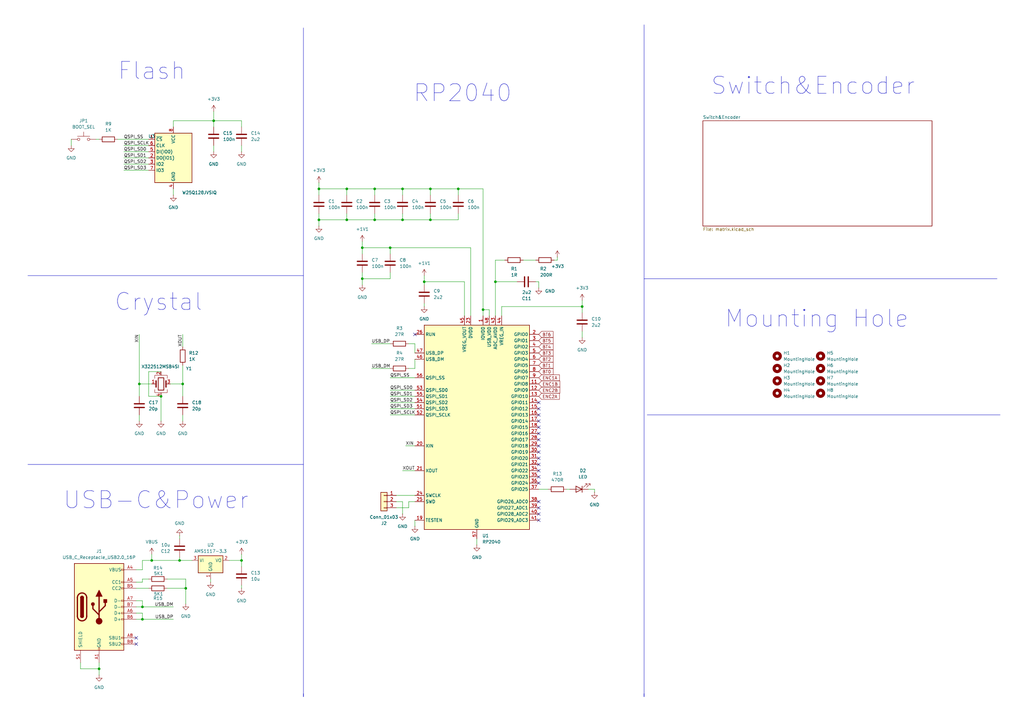
<source format=kicad_sch>
(kicad_sch (version 20231120) (generator "eeschema") (generator_version "8.0")
  (paper "A3")
  (title_block (title "PH-AC  --Arcade controller for Genshin-impact-like games.") (date "2024-07-19 => 2024-09-11") (rev "Rev2.2") (company "Team PHDesign"))
  (lib_symbols
    (symbol "Connector:USB_C_Receptacle_USB2.0_16P" (pin_names (offset 1.016))
      (property "Reference" "J" (at 0 22.225 0))
      (property "Value" "USB_C_Receptacle_USB2.0_16P" (at 0 19.685 0))
      (symbol "USB_C_Receptacle_USB2.0_16P_0_0"
        (rectangle (start -0.254 -17.78) (end 0.254 -16.764))
        (rectangle (start 10.16 -14.986) (end 9.144 -15.494))
        (rectangle (start 10.16 -12.446) (end 9.144 -12.954))
        (rectangle (start 10.16 -4.826) (end 9.144 -5.334))
        (rectangle (start 10.16 -2.286) (end 9.144 -2.794))
        (rectangle (start 10.16 0.254) (end 9.144 -0.254))
        (rectangle (start 10.16 2.794) (end 9.144 2.286))
        (rectangle (start 10.16 7.874) (end 9.144 7.366))
        (rectangle (start 10.16 10.414) (end 9.144 9.906))
        (rectangle (start 10.16 15.494) (end 9.144 14.986))
      )
      (symbol "USB_C_Receptacle_USB2.0_16P_0_1"
        (rectangle (start -10.16 17.78) (end 10.16 -17.78) (stroke (width 0.254)) (fill (type background)))
        (arc (start -8.89 -3.81) (mid -6.985 -5.7067) (end -5.08 -3.81) (stroke (width 0.508)))
        (arc (start -7.62 -3.81) (mid -6.985 -4.4423) (end -6.35 -3.81) (stroke (width 0.254)))
        (arc (start -7.62 -3.81) (mid -6.985 -4.4423) (end -6.35 -3.81) (stroke (width 0.254)) (fill (type outline)))
        (rectangle (start -7.62 -3.81) (end -6.35 3.81) (stroke (width 0.254)) (fill (type outline)))
        (arc (start -6.35 3.81) (mid -6.985 4.4423) (end -7.62 3.81) (stroke (width 0.254)))
        (arc (start -6.35 3.81) (mid -6.985 4.4423) (end -7.62 3.81) (stroke (width 0.254)) (fill (type outline)))
        (arc (start -5.08 3.81) (mid -6.985 5.7067) (end -8.89 3.81) (stroke (width 0.508)))
        (circle (center -2.54 1.143) (radius 0.635) (stroke (width 0.254)) (fill (type outline)))
        (circle (center 0 -5.842) (radius 1.27) (fill (type outline)))
        (polyline (pts (xy -8.89 -3.81) (xy -8.89 3.81)) (stroke (width 0.508)))
        (polyline (pts (xy -5.08 3.81) (xy -5.08 -3.81)) (stroke (width 0.508)))
        (polyline (pts (xy 0 -5.842) (xy 0 4.318)) (stroke (width 0.508)))
        (polyline (pts (xy 0 -3.302) (xy -2.54 -0.762) (xy -2.54 0.508)) (stroke (width 0.508)))
        (polyline (pts (xy 0 -2.032) (xy 2.54 0.508) (xy 2.54 1.778)) (stroke (width 0.508)))
        (polyline (pts (xy -1.27 4.318) (xy 0 6.858) (xy 1.27 4.318) (xy -1.27 4.318)) (stroke (width 0.254)) (fill (type outline)))
        (rectangle (start 1.905 1.778) (end 3.175 3.048) (stroke (width 0.254)) (fill (type outline)))
      )
      (symbol "USB_C_Receptacle_USB2.0_16P_1_1"
        (pin passive line (at 0 -22.86 90) (length 5.08) (name "GND") (number "A1"))
        (pin passive line (at 0 -22.86 90) (length 5.08) hide (name "GND") (number "A12"))
        (pin passive line (at 15.24 15.24 180) (length 5.08) (name "VBUS") (number "A4"))
        (pin bidirectional line (at 15.24 10.16 180) (length 5.08) (name "CC1") (number "A5"))
        (pin bidirectional line (at 15.24 -2.54 180) (length 5.08) (name "D+") (number "A6"))
        (pin bidirectional line (at 15.24 2.54 180) (length 5.08) (name "D-") (number "A7"))
        (pin bidirectional line (at 15.24 -12.7 180) (length 5.08) (name "SBU1") (number "A8"))
        (pin passive line (at 15.24 15.24 180) (length 5.08) hide (name "VBUS") (number "A9"))
        (pin passive line (at 0 -22.86 90) (length 5.08) hide (name "GND") (number "B1"))
        (pin passive line (at 0 -22.86 90) (length 5.08) hide (name "GND") (number "B12"))
        (pin passive line (at 15.24 15.24 180) (length 5.08) hide (name "VBUS") (number "B4"))
        (pin bidirectional line (at 15.24 7.62 180) (length 5.08) (name "CC2") (number "B5"))
        (pin bidirectional line (at 15.24 -5.08 180) (length 5.08) (name "D+") (number "B6"))
        (pin bidirectional line (at 15.24 0 180) (length 5.08) (name "D-") (number "B7"))
        (pin bidirectional line (at 15.24 -15.24 180) (length 5.08) (name "SBU2") (number "B8"))
        (pin passive line (at 15.24 15.24 180) (length 5.08) hide (name "VBUS") (number "B9"))
        (pin passive line (at -7.62 -22.86 90) (length 5.08) (name "SHIELD") (number "S1"))
      )
    )
    (symbol "Connector_Generic:Conn_01x03" (pin_names (offset 1.016) hide)
      (property "Reference" "J" (at 0 5.08 0))
      (property "Value" "Conn_01x03" (at 0 -5.08 0))
      (symbol "Conn_01x03_1_1"
        (rectangle (start -1.27 -2.413) (end 0 -2.667) (stroke (width 0.1524)))
        (rectangle (start -1.27 0.127) (end 0 -0.127) (stroke (width 0.1524)))
        (rectangle (start -1.27 2.667) (end 0 2.413) (stroke (width 0.1524)))
        (rectangle (start -1.27 3.81) (end 1.27 -3.81) (stroke (width 0.254)) (fill (type background)))
        (pin passive line (at -5.08 2.54 0) (length 3.81) (name "Pin_1") (number "1"))
        (pin passive line (at -5.08 0 0) (length 3.81) (name "Pin_2") (number "2"))
        (pin passive line (at -5.08 -2.54 0) (length 3.81) (name "Pin_3") (number "3"))
      )
    )
    (symbol "Device:C" (pin_numbers hide) (pin_names (offset 0.254))
      (property "Reference" "C" (at 0.635 2.54 0))
      (property "Value" "C" (at 0.635 -2.54 0))
      (symbol "C_0_1"
        (polyline (pts (xy -2.032 -0.762) (xy 2.032 -0.762)) (stroke (width 0.508)))
        (polyline (pts (xy -2.032 0.762) (xy 2.032 0.762)) (stroke (width 0.508)))
      )
      (symbol "C_1_1"
        (pin passive line (at 0 3.81 270) (length 2.794) (name "~") (number "1"))
        (pin passive line (at 0 -3.81 90) (length 2.794) (name "~") (number "2"))
      )
    )
    (symbol "Device:Crystal_GND24" (pin_names (offset 1.016) hide)
      (property "Reference" "Y" (at 3.175 5.08 0))
      (property "Value" "Crystal_GND24" (at 3.175 3.175 0))
      (symbol "Crystal_GND24_0_1"
        (rectangle (start -1.143 2.54) (end 1.143 -2.54) (stroke (width 0.3048)))
        (polyline (pts (xy -2.54 0) (xy -2.032 0)))
        (polyline (pts (xy -2.032 -1.27) (xy -2.032 1.27)) (stroke (width 0.508)))
        (polyline (pts (xy 0 -3.81) (xy 0 -3.556)))
        (polyline (pts (xy 0 3.556) (xy 0 3.81)))
        (polyline (pts (xy 2.032 -1.27) (xy 2.032 1.27)) (stroke (width 0.508)))
        (polyline (pts (xy 2.032 0) (xy 2.54 0)))
        (polyline (pts (xy -2.54 -2.286) (xy -2.54 -3.556) (xy 2.54 -3.556) (xy 2.54 -2.286)))
        (polyline (pts (xy -2.54 2.286) (xy -2.54 3.556) (xy 2.54 3.556) (xy 2.54 2.286)))
      )
      (symbol "Crystal_GND24_1_1"
        (pin passive line (at -3.81 0 0) (length 1.27) (name "1") (number "1"))
        (pin passive line (at 0 5.08 270) (length 1.27) (name "2") (number "2"))
        (pin passive line (at 3.81 0 180) (length 1.27) (name "3") (number "3"))
        (pin passive line (at 0 -5.08 90) (length 1.27) (name "4") (number "4"))
      )
    )
    (symbol "Device:LED" (pin_numbers hide) (pin_names (offset 1.016) hide)
      (property "Reference" "D" (at 0 2.54 0))
      (property "Value" "LED" (at 0 -2.54 0))
      (symbol "LED_0_1"
        (polyline (pts (xy -1.27 -1.27) (xy -1.27 1.27)) (stroke (width 0.254)))
        (polyline (pts (xy -1.27 0) (xy 1.27 0)))
        (polyline (pts (xy 1.27 -1.27) (xy 1.27 1.27) (xy -1.27 0) (xy 1.27 -1.27)) (stroke (width 0.254)))
        (polyline (pts (xy -3.048 -0.762) (xy -4.572 -2.286) (xy -3.81 -2.286) (xy -4.572 -2.286) (xy -4.572 -1.524)))
        (polyline (pts (xy -1.778 -0.762) (xy -3.302 -2.286) (xy -2.54 -2.286) (xy -3.302 -2.286) (xy -3.302 -1.524)))
      )
      (symbol "LED_1_1"
        (pin passive line (at -3.81 0 0) (length 2.54) (name "K") (number "1"))
        (pin passive line (at 3.81 0 180) (length 2.54) (name "A") (number "2"))
      )
    )
    (symbol "Device:R" (pin_numbers hide) (pin_names (offset 0))
      (property "Reference" "R" (at 2.032 0 90))
      (property "Value" "R" (at 0 0 90))
      (symbol "R_0_1"
        (rectangle (start -1.016 -2.54) (end 1.016 2.54) (stroke (width 0.254)))
      )
      (symbol "R_1_1"
        (pin passive line (at 0 3.81 270) (length 1.27) (name "~") (number "1"))
        (pin passive line (at 0 -3.81 90) (length 1.27) (name "~") (number "2"))
      )
    )
    (symbol "MCU_RaspberryPi:RP2040"
      (property "Reference" "U" (at 17.78 45.72 0))
      (property "Value" "RP2040" (at 17.78 43.18 0))
      (symbol "RP2040_0_1"
        (rectangle (start -21.59 41.91) (end 21.59 -41.91) (stroke (width 0.254)) (fill (type background)))
      )
      (symbol "RP2040_1_1"
        (pin power_in line (at 2.54 45.72 270) (length 3.81) (name "IOVDD") (number "1"))
        (pin passive line (at 2.54 45.72 270) (length 3.81) hide (name "IOVDD") (number "10"))
        (pin bidirectional line (at 25.4 17.78 180) (length 3.81) (name "GPIO8") (number "11"))
        (pin bidirectional line (at 25.4 15.24 180) (length 3.81) (name "GPIO9") (number "12"))
        (pin bidirectional line (at 25.4 12.7 180) (length 3.81) (name "GPIO10") (number "13"))
        (pin bidirectional line (at 25.4 10.16 180) (length 3.81) (name "GPIO11") (number "14"))
        (pin bidirectional line (at 25.4 7.62 180) (length 3.81) (name "GPIO12") (number "15"))
        (pin bidirectional line (at 25.4 5.08 180) (length 3.81) (name "GPIO13") (number "16"))
        (pin bidirectional line (at 25.4 2.54 180) (length 3.81) (name "GPIO14") (number "17"))
        (pin bidirectional line (at 25.4 0 180) (length 3.81) (name "GPIO15") (number "18"))
        (pin input line (at -25.4 -38.1 0) (length 3.81) (name "TESTEN") (number "19"))
        (pin bidirectional line (at 25.4 38.1 180) (length 3.81) (name "GPIO0") (number "2"))
        (pin input line (at -25.4 -7.62 0) (length 3.81) (name "XIN") (number "20"))
        (pin passive line (at -25.4 -17.78 0) (length 3.81) (name "XOUT") (number "21"))
        (pin passive line (at 2.54 45.72 270) (length 3.81) hide (name "IOVDD") (number "22"))
        (pin power_in line (at -2.54 45.72 270) (length 3.81) (name "DVDD") (number "23"))
        (pin input line (at -25.4 -27.94 0) (length 3.81) (name "SWCLK") (number "24"))
        (pin bidirectional line (at -25.4 -30.48 0) (length 3.81) (name "SWD") (number "25"))
        (pin input line (at -25.4 38.1 0) (length 3.81) (name "RUN") (number "26"))
        (pin bidirectional line (at 25.4 -2.54 180) (length 3.81) (name "GPIO16") (number "27"))
        (pin bidirectional line (at 25.4 -5.08 180) (length 3.81) (name "GPIO17") (number "28"))
        (pin bidirectional line (at 25.4 -7.62 180) (length 3.81) (name "GPIO18") (number "29"))
        (pin bidirectional line (at 25.4 35.56 180) (length 3.81) (name "GPIO1") (number "3"))
        (pin bidirectional line (at 25.4 -10.16 180) (length 3.81) (name "GPIO19") (number "30"))
        (pin bidirectional line (at 25.4 -12.7 180) (length 3.81) (name "GPIO20") (number "31"))
        (pin bidirectional line (at 25.4 -15.24 180) (length 3.81) (name "GPIO21") (number "32"))
        (pin passive line (at 2.54 45.72 270) (length 3.81) hide (name "IOVDD") (number "33"))
        (pin bidirectional line (at 25.4 -17.78 180) (length 3.81) (name "GPIO22") (number "34"))
        (pin bidirectional line (at 25.4 -20.32 180) (length 3.81) (name "GPIO23") (number "35"))
        (pin bidirectional line (at 25.4 -22.86 180) (length 3.81) (name "GPIO24") (number "36"))
        (pin bidirectional line (at 25.4 -25.4 180) (length 3.81) (name "GPIO25") (number "37"))
        (pin bidirectional line (at 25.4 -30.48 180) (length 3.81) (name "GPIO26_ADC0") (number "38"))
        (pin bidirectional line (at 25.4 -33.02 180) (length 3.81) (name "GPIO27_ADC1") (number "39"))
        (pin bidirectional line (at 25.4 33.02 180) (length 3.81) (name "GPIO2") (number "4"))
        (pin bidirectional line (at 25.4 -35.56 180) (length 3.81) (name "GPIO28_ADC2") (number "40"))
        (pin bidirectional line (at 25.4 -38.1 180) (length 3.81) (name "GPIO29_ADC3") (number "41"))
        (pin passive line (at 2.54 45.72 270) (length 3.81) hide (name "IOVDD") (number "42"))
        (pin power_in line (at 7.62 45.72 270) (length 3.81) (name "ADC_AVDD") (number "43"))
        (pin power_in line (at 10.16 45.72 270) (length 3.81) (name "VREG_IN") (number "44"))
        (pin power_out line (at -5.08 45.72 270) (length 3.81) (name "VREG_VOUT") (number "45"))
        (pin bidirectional line (at -25.4 27.94 0) (length 3.81) (name "USB_DM") (number "46"))
        (pin bidirectional line (at -25.4 30.48 0) (length 3.81) (name "USB_DP") (number "47"))
        (pin power_in line (at 5.08 45.72 270) (length 3.81) (name "USB_VDD") (number "48"))
        (pin passive line (at 2.54 45.72 270) (length 3.81) hide (name "IOVDD") (number "49"))
        (pin bidirectional line (at 25.4 30.48 180) (length 3.81) (name "GPIO3") (number "5"))
        (pin passive line (at -2.54 45.72 270) (length 3.81) hide (name "DVDD") (number "50"))
        (pin bidirectional line (at -25.4 7.62 0) (length 3.81) (name "QSPI_SD3") (number "51"))
        (pin output line (at -25.4 5.08 0) (length 3.81) (name "QSPI_SCLK") (number "52"))
        (pin bidirectional line (at -25.4 15.24 0) (length 3.81) (name "QSPI_SD0") (number "53"))
        (pin bidirectional line (at -25.4 10.16 0) (length 3.81) (name "QSPI_SD2") (number "54"))
        (pin bidirectional line (at -25.4 12.7 0) (length 3.81) (name "QSPI_SD1") (number "55"))
        (pin bidirectional line (at -25.4 20.32 0) (length 3.81) (name "QSPI_SS") (number "56"))
        (pin power_in line (at 0 -45.72 90) (length 3.81) (name "GND") (number "57"))
        (pin bidirectional line (at 25.4 27.94 180) (length 3.81) (name "GPIO4") (number "6"))
        (pin bidirectional line (at 25.4 25.4 180) (length 3.81) (name "GPIO5") (number "7"))
        (pin bidirectional line (at 25.4 22.86 180) (length 3.81) (name "GPIO6") (number "8"))
        (pin bidirectional line (at 25.4 20.32 180) (length 3.81) (name "GPIO7") (number "9"))
      )
    )
    (symbol "Mechanical:MountingHole" (pin_names (offset 1.016)) (exclude_from_sim yes) (in_bom no)
      (property "Reference" "H" (at 0 5.08 0))
      (property "Value" "MountingHole" (at 0 3.175 0))
      (symbol "MountingHole_0_1"
        (circle (center 0 0) (radius 1.27) (stroke (width 1.27)))
      )
    )
    (symbol "Memory_Flash:W25Q128JVS"
      (property "Reference" "U" (at -8.89 8.89 0))
      (property "Value" "W25Q128JVS" (at 7.62 8.89 0))
      (symbol "W25Q128JVS_0_1"
        (rectangle (start -7.62 10.16) (end 7.62 -10.16) (stroke (width 0.254)) (fill (type background)))
      )
      (symbol "W25Q128JVS_1_1"
        (pin input line (at -10.16 7.62 0) (length 2.54) (name "~{CS}") (number "1"))
        (pin bidirectional line (at -10.16 0 0) (length 2.54) (name "DO(IO1)") (number "2"))
        (pin bidirectional line (at -10.16 -2.54 0) (length 2.54) (name "IO2") (number "3"))
        (pin power_in line (at 0 -12.7 90) (length 2.54) (name "GND") (number "4"))
        (pin bidirectional line (at -10.16 2.54 0) (length 2.54) (name "DI(IO0)") (number "5"))
        (pin input line (at -10.16 5.08 0) (length 2.54) (name "CLK") (number "6"))
        (pin bidirectional line (at -10.16 -5.08 0) (length 2.54) (name "IO3") (number "7"))
        (pin power_in line (at 0 12.7 270) (length 2.54) (name "VCC") (number "8"))
      )
    )
    (symbol "Regulator_Linear:AMS1117-3.3"
      (property "Reference" "U" (at -3.81 3.175 0))
      (property "Value" "AMS1117-3.3" (at 0 3.175 0))
      (symbol "AMS1117-3.3_0_1"
        (rectangle (start -5.08 -5.08) (end 5.08 1.905) (stroke (width 0.254)) (fill (type background)))
      )
      (symbol "AMS1117-3.3_1_1"
        (pin power_in line (at 0 -7.62 90) (length 2.54) (name "GND") (number "1"))
        (pin power_out line (at 7.62 0 180) (length 2.54) (name "VO") (number "2"))
        (pin power_in line (at -7.62 0 0) (length 2.54) (name "VI") (number "3"))
      )
    )
    (symbol "Switch:SW_Push" (pin_numbers hide) (pin_names (offset 1.016) hide)
      (property "Reference" "SW" (at 1.27 2.54 0))
      (property "Value" "SW_Push" (at 0 -1.524 0))
      (symbol "SW_Push_0_1"
        (circle (center -2.032 0) (radius 0.508))
        (polyline (pts (xy 0 1.27) (xy 0 3.048)))
        (polyline (pts (xy 2.54 1.27) (xy -2.54 1.27)))
        (circle (center 2.032 0) (radius 0.508))
        (pin passive line (at -5.08 0 0) (length 2.54) (name "1") (number "1"))
        (pin passive line (at 5.08 0 180) (length 2.54) (name "2") (number "2"))
      )
    )
    (symbol "power:+1V1" (power) (pin_numbers hide) (pin_names (offset 0) hide)
      (property "Value" "+1V1" (at 0 3.556 0))
      (symbol "+1V1_0_1"
        (polyline (pts (xy -0.762 1.27) (xy 0 2.54)))
        (polyline (pts (xy 0 0) (xy 0 2.54)))
        (polyline (pts (xy 0 2.54) (xy 0.762 1.27)))
      )
      (symbol "+1V1_1_1"
        (pin power_in line (at 0 0 90) (length 0) (name "~") (number "1"))
      )
    )
    (symbol "power:+3V3" (power) (pin_numbers hide) (pin_names (offset 0) hide)
      (property "Value" "+3V3" (at 0 3.556 0))
      (symbol "+3V3_0_1"
        (polyline (pts (xy -0.762 1.27) (xy 0 2.54)))
        (polyline (pts (xy 0 0) (xy 0 2.54)))
        (polyline (pts (xy 0 2.54) (xy 0.762 1.27)))
      )
      (symbol "+3V3_1_1"
        (pin power_in line (at 0 0 90) (length 0) (name "~") (number "1"))
      )
    )
    (symbol "power:GND" (power) (pin_numbers hide) (pin_names (offset 0) hide)
      (property "Value" "GND" (at 0 -3.81 0))
      (symbol "GND_0_1"
        (polyline (pts (xy 0 0) (xy 0 -1.27) (xy 1.27 -1.27) (xy 0 -2.54) (xy -1.27 -1.27) (xy 0 -1.27)))
      )
      (symbol "GND_1_1"
        (pin power_in line (at 0 0 270) (length 0) (name "~") (number "1"))
      )
    )
    (symbol "power:VBUS" (power) (pin_numbers hide) (pin_names (offset 0) hide)
      (property "Value" "VBUS" (at 0 3.556 0))
      (symbol "VBUS_0_1"
        (polyline (pts (xy -0.762 1.27) (xy 0 2.54)))
        (polyline (pts (xy 0 0) (xy 0 2.54)))
        (polyline (pts (xy 0 2.54) (xy 0.762 1.27)))
      )
      (symbol "VBUS_1_1"
        (pin power_in line (at 0 0 90) (length 0) (name "~") (number "1"))
      )
    )
  )
  (junction (at 173.99 115.57))
  (junction (at 142.24 77.47))
  (junction (at 142.24 90.17))
  (junction (at 130.81 90.17))
  (junction (at 57.15 157.48))
  (junction (at 62.23 229.87))
  (junction (at 160.02 101.6))
  (junction (at 176.53 90.17))
  (junction (at 153.67 77.47))
  (junction (at 238.76 125.73))
  (junction (at 40.64 274.32))
  (junction (at 74.93 157.48))
  (junction (at 187.96 77.47))
  (junction (at 165.1 90.17))
  (junction (at 148.59 101.6))
  (junction (at 153.67 90.17))
  (junction (at 58.42 248.92))
  (junction (at 198.12 127))
  (junction (at 99.06 229.87))
  (junction (at 176.53 77.47))
  (junction (at 66.04 162.56))
  (junction (at 165.1 77.47))
  (junction (at 76.2 241.3))
  (junction (at 58.42 254))
  (junction (at 73.66 229.87))
  (junction (at 203.2 115.57))
  (junction (at 130.81 77.47))
  (junction (at 87.63 49.53))
  (junction (at 148.59 114.3))
  (no_connect (at 220.98 165.1))
  (no_connect (at 220.98 180.34))
  (no_connect (at 220.98 195.58))
  (no_connect (at 220.98 210.82))
  (no_connect (at 55.88 261.62))
  (no_connect (at 55.88 264.16))
  (no_connect (at 220.98 175.26))
  (no_connect (at 220.98 177.8))
  (no_connect (at 220.98 198.12))
  (no_connect (at 220.98 193.04))
  (no_connect (at 220.98 182.88))
  (no_connect (at 220.98 190.5))
  (no_connect (at 220.98 172.72))
  (no_connect (at 220.98 213.36))
  (no_connect (at 220.98 185.42))
  (no_connect (at 220.98 167.64))
  (no_connect (at 220.98 208.28))
  (no_connect (at 170.18 137.16))
  (no_connect (at 220.98 187.96))
  (no_connect (at 220.98 205.74))
  (no_connect (at 220.98 170.18))
  (wire (pts (xy 87.63 59.69) (xy 87.63 62.23)))
  (wire (pts (xy 190.5 115.57) (xy 173.99 115.57)))
  (polyline (pts (xy 124.46 284.48) (xy 124.46 285.75)))
  (wire (pts (xy 74.93 137.16) (xy 74.93 142.24)))
  (wire (pts (xy 40.64 271.78) (xy 40.64 274.32)))
  (wire (pts (xy 165.1 193.04) (xy 170.18 193.04)))
  (polyline (pts (xy 264.16 10.16) (xy 264.16 285.75)))
  (wire (pts (xy 142.24 90.17) (xy 153.67 90.17)))
  (wire (pts (xy 160.02 154.94) (xy 170.18 154.94)))
  (wire (pts (xy 50.8 59.69) (xy 60.96 59.69)))
  (wire (pts (xy 220.98 118.11) (xy 220.98 115.57)))
  (wire (pts (xy 99.06 52.07) (xy 99.06 49.53)))
  (wire (pts (xy 33.02 271.78) (xy 33.02 274.32)))
  (wire (pts (xy 153.67 87.63) (xy 153.67 90.17)))
  (wire (pts (xy 165.1 90.17) (xy 176.53 90.17)))
  (wire (pts (xy 205.74 125.73) (xy 238.76 125.73)))
  (wire (pts (xy 68.58 241.3) (xy 76.2 241.3)))
  (wire (pts (xy 50.8 64.77) (xy 60.96 64.77)))
  (wire (pts (xy 238.76 123.19) (xy 238.76 125.73)))
  (wire (pts (xy 200.66 129.54) (xy 200.66 127)))
  (polyline (pts (xy 264.16 285.75) (xy 264.16 284.48)))
  (wire (pts (xy 50.8 67.31) (xy 60.96 67.31)))
  (wire (pts (xy 58.42 248.92) (xy 71.12 248.92)))
  (wire (pts (xy 228.6 106.68) (xy 227.33 106.68)))
  (wire (pts (xy 142.24 77.47) (xy 153.67 77.47)))
  (wire (pts (xy 48.26 57.15) (xy 60.96 57.15)))
  (wire (pts (xy 58.42 254) (xy 55.88 254)))
  (wire (pts (xy 74.93 149.86) (xy 74.93 157.48)))
  (wire (pts (xy 166.37 182.88) (xy 170.18 182.88)))
  (wire (pts (xy 220.98 115.57) (xy 219.71 115.57)))
  (wire (pts (xy 162.56 205.74) (xy 165.1 205.74)))
  (wire (pts (xy 170.18 140.97) (xy 167.64 140.97)))
  (wire (pts (xy 76.2 241.3) (xy 76.2 247.65)))
  (wire (pts (xy 167.64 208.28) (xy 167.64 205.74)))
  (wire (pts (xy 57.15 170.18) (xy 57.15 172.72)))
  (wire (pts (xy 87.63 45.72) (xy 87.63 49.53)))
  (wire (pts (xy 220.98 200.66) (xy 224.79 200.66)))
  (wire (pts (xy 71.12 77.47) (xy 71.12 80.01)))
  (wire (pts (xy 160.02 101.6) (xy 193.04 101.6)))
  (wire (pts (xy 160.02 167.64) (xy 170.18 167.64)))
  (wire (pts (xy 148.59 101.6) (xy 160.02 101.6)))
  (wire (pts (xy 55.88 238.76) (xy 58.42 238.76)))
  (wire (pts (xy 71.12 49.53) (xy 87.63 49.53)))
  (wire (pts (xy 55.88 241.3) (xy 60.96 241.3)))
  (wire (pts (xy 76.2 237.49) (xy 76.2 241.3)))
  (wire (pts (xy 203.2 106.68) (xy 203.2 115.57)))
  (wire (pts (xy 170.18 213.36) (xy 170.18 215.9)))
  (wire (pts (xy 73.66 229.87) (xy 78.74 229.87)))
  (wire (pts (xy 58.42 229.87) (xy 58.42 233.68)))
  (wire (pts (xy 57.15 157.48) (xy 62.23 157.48)))
  (wire (pts (xy 152.4 140.97) (xy 160.02 140.97)))
  (wire (pts (xy 68.58 237.49) (xy 76.2 237.49)))
  (wire (pts (xy 130.81 74.93) (xy 130.81 77.47)))
  (wire (pts (xy 142.24 77.47) (xy 142.24 80.01)))
  (wire (pts (xy 130.81 87.63) (xy 130.81 90.17)))
  (wire (pts (xy 165.1 87.63) (xy 165.1 90.17)))
  (wire (pts (xy 203.2 115.57) (xy 212.09 115.57)))
  (wire (pts (xy 187.96 87.63) (xy 187.96 90.17)))
  (wire (pts (xy 187.96 77.47) (xy 198.12 77.47)))
  (wire (pts (xy 160.02 160.02) (xy 170.18 160.02)))
  (wire (pts (xy 142.24 90.17) (xy 142.24 87.63)))
  (wire (pts (xy 205.74 125.73) (xy 205.74 129.54)))
  (wire (pts (xy 153.67 80.01) (xy 153.67 77.47)))
  (wire (pts (xy 170.18 151.13) (xy 167.64 151.13)))
  (polyline (pts (xy 11.43 113.03) (xy 124.46 113.03)))
  (wire (pts (xy 60.96 162.56) (xy 66.04 162.56)))
  (wire (pts (xy 176.53 87.63) (xy 176.53 90.17)))
  (wire (pts (xy 187.96 80.01) (xy 187.96 77.47)))
  (wire (pts (xy 165.1 80.01) (xy 165.1 77.47)))
  (wire (pts (xy 130.81 90.17) (xy 142.24 90.17)))
  (wire (pts (xy 160.02 114.3) (xy 160.02 111.76)))
  (wire (pts (xy 66.04 162.56) (xy 66.04 172.72)))
  (wire (pts (xy 62.23 227.33) (xy 62.23 229.87)))
  (wire (pts (xy 203.2 115.57) (xy 203.2 129.54)))
  (wire (pts (xy 66.04 152.4) (xy 60.96 152.4)))
  (wire (pts (xy 238.76 125.73) (xy 238.76 128.27)))
  (wire (pts (xy 228.6 105.41) (xy 228.6 106.68)))
  (wire (pts (xy 87.63 49.53) (xy 99.06 49.53)))
  (wire (pts (xy 99.06 227.33) (xy 99.06 229.87)))
  (wire (pts (xy 148.59 104.14) (xy 148.59 101.6)))
  (wire (pts (xy 187.96 90.17) (xy 176.53 90.17)))
  (wire (pts (xy 198.12 77.47) (xy 198.12 127)))
  (wire (pts (xy 170.18 147.32) (xy 170.18 151.13)))
  (wire (pts (xy 58.42 251.46) (xy 58.42 254)))
  (wire (pts (xy 99.06 229.87) (xy 99.06 232.41)))
  (wire (pts (xy 40.64 274.32) (xy 40.64 276.86)))
  (wire (pts (xy 33.02 274.32) (xy 40.64 274.32)))
  (wire (pts (xy 58.42 233.68) (xy 55.88 233.68)))
  (wire (pts (xy 130.81 90.17) (xy 130.81 92.71)))
  (wire (pts (xy 153.67 77.47) (xy 165.1 77.47)))
  (wire (pts (xy 219.71 106.68) (xy 214.63 106.68)))
  (wire (pts (xy 130.81 77.47) (xy 130.81 80.01)))
  (wire (pts (xy 160.02 162.56) (xy 170.18 162.56)))
  (wire (pts (xy 62.23 229.87) (xy 73.66 229.87)))
  (wire (pts (xy 165.1 205.74) (xy 165.1 210.82)))
  (wire (pts (xy 148.59 111.76) (xy 148.59 114.3)))
  (wire (pts (xy 152.4 151.13) (xy 160.02 151.13)))
  (wire (pts (xy 162.56 208.28) (xy 167.64 208.28)))
  (wire (pts (xy 74.93 157.48) (xy 74.93 162.56)))
  (wire (pts (xy 50.8 69.85) (xy 60.96 69.85)))
  (wire (pts (xy 232.41 200.66) (xy 233.68 200.66)))
  (wire (pts (xy 198.12 127) (xy 198.12 129.54)))
  (wire (pts (xy 195.58 220.98) (xy 195.58 223.52)))
  (wire (pts (xy 57.15 137.16) (xy 57.15 157.48)))
  (wire (pts (xy 99.06 240.03) (xy 99.06 241.3)))
  (wire (pts (xy 55.88 246.38) (xy 58.42 246.38)))
  (wire (pts (xy 50.8 62.23) (xy 60.96 62.23)))
  (polyline (pts (xy 265.43 170.18) (xy 410.21 170.18)))
  (polyline (pts (xy 264.16 114.3) (xy 408.94 114.3)))
  (wire (pts (xy 173.99 113.03) (xy 173.99 115.57)))
  (wire (pts (xy 160.02 165.1) (xy 170.18 165.1)))
  (wire (pts (xy 71.12 49.53) (xy 71.12 52.07)))
  (wire (pts (xy 176.53 77.47) (xy 187.96 77.47)))
  (wire (pts (xy 176.53 80.01) (xy 176.53 77.47)))
  (wire (pts (xy 190.5 129.54) (xy 190.5 115.57)))
  (wire (pts (xy 130.81 77.47) (xy 142.24 77.47)))
  (wire (pts (xy 73.66 229.87) (xy 73.66 228.6)))
  (wire (pts (xy 55.88 251.46) (xy 58.42 251.46)))
  (wire (pts (xy 173.99 115.57) (xy 173.99 116.84)))
  (wire (pts (xy 57.15 157.48) (xy 57.15 162.56)))
  (wire (pts (xy 193.04 101.6) (xy 193.04 129.54)))
  (wire (pts (xy 165.1 77.47) (xy 176.53 77.47)))
  (wire (pts (xy 167.64 205.74) (xy 170.18 205.74)))
  (wire (pts (xy 162.56 203.2) (xy 170.18 203.2)))
  (wire (pts (xy 58.42 254) (xy 71.12 254)))
  (wire (pts (xy 58.42 246.38) (xy 58.42 248.92)))
  (wire (pts (xy 69.85 157.48) (xy 74.93 157.48)))
  (wire (pts (xy 58.42 248.92) (xy 55.88 248.92)))
  (polyline (pts (xy 124.46 11.43) (xy 124.46 285.75)))
  (wire (pts (xy 238.76 135.89) (xy 238.76 138.43)))
  (wire (pts (xy 148.59 114.3) (xy 148.59 116.84)))
  (wire (pts (xy 170.18 144.78) (xy 170.18 140.97)))
  (wire (pts (xy 173.99 124.46) (xy 173.99 125.73)))
  (wire (pts (xy 243.84 200.66) (xy 241.3 200.66)))
  (wire (pts (xy 243.84 201.93) (xy 243.84 200.66)))
  (wire (pts (xy 58.42 237.49) (xy 60.96 237.49)))
  (wire (pts (xy 39.37 57.15) (xy 40.64 57.15)))
  (wire (pts (xy 86.36 237.49) (xy 86.36 238.76)))
  (polyline (pts (xy 11.43 190.5) (xy 124.46 190.5)))
  (wire (pts (xy 73.66 220.98) (xy 73.66 219.71)))
  (wire (pts (xy 207.01 106.68) (xy 203.2 106.68)))
  (wire (pts (xy 200.66 127) (xy 198.12 127)))
  (wire (pts (xy 93.98 229.87) (xy 99.06 229.87)))
  (wire (pts (xy 99.06 59.69) (xy 99.06 62.23)))
  (wire (pts (xy 148.59 114.3) (xy 160.02 114.3)))
  (wire (pts (xy 148.59 99.06) (xy 148.59 101.6)))
  (wire (pts (xy 58.42 229.87) (xy 62.23 229.87)))
  (wire (pts (xy 60.96 152.4) (xy 60.96 162.56)))
  (wire (pts (xy 153.67 90.17) (xy 165.1 90.17)))
  (wire (pts (xy 74.93 170.18) (xy 74.93 172.72)))
  (wire (pts (xy 87.63 49.53) (xy 87.63 52.07)))
  (wire (pts (xy 160.02 170.18) (xy 170.18 170.18)))
  (wire (pts (xy 58.42 238.76) (xy 58.42 237.49)))
  (wire (pts (xy 29.21 57.15) (xy 29.21 59.69)))
  (wire (pts (xy 160.02 101.6) (xy 160.02 104.14)))
  (text "RP2040\n" (exclude_from_sim yes) (at 189.738 38.354 0) (effects (font (size 7 7))))
  (text "Crystal\n" (exclude_from_sim yes) (at 65.024 123.952 0) (effects (font (size 7 7))))
  (text "Switch&Encoder\n" (exclude_from_sim yes) (at 333.502 35.306 0) (effects (font (size 7 7))))
  (text "Mounting Hole\n" (exclude_from_sim yes) (at 335.026 130.81 0) (effects (font (size 7 7))))
  (text "USB-C&Power\n" (exclude_from_sim yes) (at 64.008 205.232 0) (effects (font (size 7 7))))
  (text "Flash" (exclude_from_sim yes) (at 62.23 29.21 0) (effects (font (size 7 7))))
  (label "XOUT" (at 165.1 193.04 0))
  (label "USB_DP" (at 152.4 140.97 0))
  (label "USB_DP" (at 71.12 254 180))
  (label "QSPI_SD3" (at 160.02 167.64 0))
  (label "QSPI_SD2" (at 50.8 67.31 0))
  (label "USB_DM" (at 71.12 248.92 180))
  (label "XIN" (at 57.15 137.16 270))
  (label "QSPI_SD3" (at 50.8 69.85 0))
  (label "USB_DM" (at 152.4 151.13 0))
  (label "QSPI_SD1" (at 50.8 64.77 0))
  (label "QSPI_SD1" (at 160.02 162.56 0))
  (label "QSPI_SS" (at 50.8 57.15 0))
  (label "QSPI_SD0" (at 160.02 160.02 0))
  (label "QSPI_SS" (at 160.02 154.94 0))
  (label "XOUT" (at 74.93 137.16 270))
  (label "QSPI_SD0" (at 50.8 62.23 0))
  (label "QSPI_SCLK" (at 160.02 170.18 0))
  (label "QSPI_SCLK" (at 50.8 59.69 0))
  (label "QSPI_SD2" (at 160.02 165.1 0))
  (label "XIN" (at 166.37 182.88 0))
  (global_label "BT1" (shape input) (at 220.98 149.86 0) (property "Intersheetrefs" "${INTERSHEET_REFS}" (effects (hide yes))))
  (global_label "ENC2B" (shape input) (at 220.98 160.02 0) (property "Intersheetrefs" "${INTERSHEET_REFS}" (effects (hide yes))))
  (global_label "BT2" (shape input) (at 220.98 147.32 0) (property "Intersheetrefs" "${INTERSHEET_REFS}" (effects (hide yes))))
  (global_label "BT6" (shape input) (at 220.98 137.16 0) (property "Intersheetrefs" "${INTERSHEET_REFS}" (effects (hide yes))))
  (global_label "BT4" (shape input) (at 220.98 142.24 0) (property "Intersheetrefs" "${INTERSHEET_REFS}" (effects (hide yes))))
  (global_label "ENC1B" (shape input) (at 220.98 157.48 0) (property "Intersheetrefs" "${INTERSHEET_REFS}" (effects (hide yes))))
  (global_label "BT3" (shape input) (at 220.98 144.78 0) (property "Intersheetrefs" "${INTERSHEET_REFS}" (effects (hide yes))))
  (global_label "BT5" (shape input) (at 220.98 139.7 0) (property "Intersheetrefs" "${INTERSHEET_REFS}" (effects (hide yes))))
  (global_label "ENC2A" (shape input) (at 220.98 162.56 0) (property "Intersheetrefs" "${INTERSHEET_REFS}" (effects (hide yes))))
  (global_label "BT0" (shape input) (at 220.98 152.4 0) (property "Intersheetrefs" "${INTERSHEET_REFS}" (effects (hide yes))))
  (global_label "ENC1A" (shape input) (at 220.98 154.94 0) (property "Intersheetrefs" "${INTERSHEET_REFS}" (effects (hide yes))))
  (symbol (lib_id "power:GND") (at 238.76 138.43 0) (unit 1)
    (property "Reference" "#PWR010" (effects (hide yes)))
    (property "Value" "GND" (at 238.76 143.51 0))
    (property "Description" "Power symbol creates a global label with name \"GND\" , ground" (effects (hide yes)))
  )
  (symbol (lib_id "Mechanical:MountingHole") (at 336.55 151.13 0) (unit 1) (exclude_from_sim yes) (in_bom no)
    (property "Reference" "H6" (at 339.09 149.8599 0) (effects (justify left)))
    (property "Value" "MountingHole" (at 339.09 152.3999 0) (effects (justify left)))
    (property "Footprint" "MountingHole:MountingHole_3.2mm_M3_ISO7380_Pad" (effects (hide yes)))
    (property "Description" "Mounting Hole without connection" (effects (hide yes)))
  )
  (symbol (lib_id "Memory_Flash:W25Q128JVS") (at 71.12 64.77 0) (unit 1)
    (property "Reference" "U3" (at 62.23 55.88 0))
    (property "Value" "W25Q128JVSIQ" (at 74.676 78.994 0) (effects (justify left)))
    (property "Footprint" "Package_SO:SOIC-8_5.23x5.23mm_P1.27mm" (effects (hide yes)))
    (property "Datasheet" "http://www.winbond.com/resource-files/w25q128jv_dtr%20revc%2003272018%20plus.pdf" (effects (hide yes)))
    (property "Description" "128Mb Serial Flash Memory, Standard/Dual/Quad SPI, SOIC-8" (effects (hide yes)))
  )
  (symbol (lib_id "Device:C") (at 187.96 83.82 0) (unit 1)
    (property "Reference" "C6" (at 191.77 82.5499 0) (effects (justify left)))
    (property "Value" "100n" (at 191.77 85.0899 0) (effects (justify left)))
    (property "Footprint" "Capacitor_SMD:C_0402_1005Metric" (effects (hide yes)))
    (property "Description" "Unpolarized capacitor" (effects (hide yes)))
  )
  (symbol (lib_id "Mechanical:MountingHole") (at 336.55 156.21 0) (unit 1) (exclude_from_sim yes) (in_bom no)
    (property "Reference" "H7" (at 339.09 154.9399 0) (effects (justify left)))
    (property "Value" "MountingHole" (at 339.09 157.4799 0) (effects (justify left)))
    (property "Footprint" "MountingHole:MountingHole_3.2mm_M3_ISO7380_Pad" (effects (hide yes)))
    (property "Description" "Mounting Hole without connection" (effects (hide yes)))
  )
  (symbol (lib_id "power:+3V3") (at 130.81 74.93 0) (unit 1)
    (property "Reference" "#PWR02" (effects (hide yes)))
    (property "Value" "+3V3" (at 130.81 69.85 0))
    (property "Description" "Power symbol creates a global label with name \"+3V3\"" (effects (hide yes)))
  )
  (symbol (lib_id "Connector_Generic:Conn_01x03") (at 157.48 205.74 0) (mirror y) (unit 1) (in_bom no)
    (property "Reference" "J2" (at 157.48 214.63 0))
    (property "Value" "Conn_01x03" (at 157.48 212.09 0))
    (property "Footprint" "Connector_PinHeader_2.54mm:PinHeader_1x03_P2.54mm_Vertical" (effects (hide yes)))
    (property "Description" "Generic connector, single row, 01x03, script generated (kicad-library-utils/schlib/autogen/connector/)" (effects (hide yes)))
  )
  (symbol (lib_id "power:GND") (at 40.64 276.86 0) (unit 1)
    (property "Reference" "#PWR015" (effects (hide yes)))
    (property "Value" "GND" (at 40.64 281.94 0))
    (property "Description" "Power symbol creates a global label with name \"GND\" , ground" (effects (hide yes)))
  )
  (symbol (lib_id "power:GND") (at 99.06 241.3 0) (unit 1)
    (property "Reference" "#PWR018" (effects (hide yes)))
    (property "Value" "GND" (at 99.06 246.38 0))
    (property "Description" "Power symbol creates a global label with name \"GND\" , ground" (effects (hide yes)))
  )
  (symbol (lib_id "Device:R") (at 64.77 237.49 90) (unit 1)
    (property "Reference" "R14" (at 64.77 232.918 90))
    (property "Value" "5K1" (at 65.024 235.204 90))
    (property "Footprint" "Resistor_SMD:R_0402_1005Metric" (effects (hide yes)))
    (property "Description" "Resistor" (effects (hide yes)))
  )
  (symbol (lib_id "Device:R") (at 210.82 106.68 270) (unit 1)
    (property "Reference" "R1" (at 209.55 110.236 90) (effects (justify left)))
    (property "Value" "1R" (at 209.55 112.776 90) (effects (justify left)))
    (property "Footprint" "Resistor_SMD:R_0402_1005Metric" (effects (hide yes)))
    (property "Description" "Resistor" (effects (hide yes)))
  )
  (symbol (lib_id "Device:C") (at 153.67 83.82 0) (unit 1)
    (property "Reference" "C3" (at 157.48 82.5499 0) (effects (justify left)))
    (property "Value" "100n" (at 157.48 85.0899 0) (effects (justify left)))
    (property "Footprint" "Capacitor_SMD:C_0402_1005Metric" (effects (hide yes)))
    (property "Description" "Unpolarized capacitor" (effects (hide yes)))
  )
  (symbol (lib_id "Device:C") (at 74.93 166.37 0) (unit 1)
    (property "Reference" "C18" (at 78.74 165.0999 0) (effects (justify left)))
    (property "Value" "20p" (at 78.74 167.6399 0) (effects (justify left)))
    (property "Footprint" "Capacitor_SMD:C_0402_1005Metric" (effects (hide yes)))
    (property "Description" "Unpolarized capacitor" (effects (hide yes)))
  )
  (symbol (lib_id "Device:C") (at 176.53 83.82 0) (unit 1)
    (property "Reference" "C5" (at 180.34 82.5499 0) (effects (justify left)))
    (property "Value" "100n" (at 180.34 85.0899 0) (effects (justify left)))
    (property "Footprint" "Capacitor_SMD:C_0402_1005Metric" (effects (hide yes)))
    (property "Description" "Unpolarized capacitor" (effects (hide yes)))
  )
  (symbol (lib_id "Device:C") (at 73.66 224.79 180) (unit 1)
    (property "Reference" "C12" (at 69.85 226.0601 0) (effects (justify left)))
    (property "Value" "10u" (at 69.85 223.5201 0) (effects (justify left)))
    (property "Footprint" "Capacitor_SMD:C_0402_1005Metric" (effects (hide yes)))
    (property "Description" "Unpolarized capacitor" (effects (hide yes)))
  )
  (symbol (lib_id "power:GND") (at 173.99 125.73 0) (unit 1)
    (property "Reference" "#PWR08" (effects (hide yes)))
    (property "Value" "GND" (at 173.99 130.81 0))
    (property "Description" "Power symbol creates a global label with name \"GND\" , ground" (effects (hide yes)))
  )
  (symbol (lib_id "MCU_RaspberryPi:RP2040") (at 195.58 175.26 0) (unit 1)
    (property "Reference" "U1" (at 197.7741 219.71 0) (effects (justify left)))
    (property "Value" "RP2040" (at 197.7741 222.25 0) (effects (justify left)))
    (property "Footprint" "Package_DFN_QFN:QFN-56-1EP_7x7mm_P0.4mm_EP3.2x3.2mm" (effects (hide yes)))
    (property "Datasheet" "https://datasheets.raspberrypi.com/rp2040/rp2040-datasheet.pdf" (effects (hide yes)))
    (property "Description" "A microcontroller by Raspberry Pi" (effects (hide yes)))
  )
  (symbol (lib_id "Device:R") (at 163.83 140.97 90) (unit 1)
    (property "Reference" "R3" (at 163.83 134.62 90))
    (property "Value" "27R" (at 163.83 137.16 90))
    (property "Footprint" "Resistor_SMD:R_0603_1608Metric" (effects (hide yes)))
    (property "Description" "Resistor" (effects (hide yes)))
  )
  (symbol (lib_id "Mechanical:MountingHole") (at 318.77 156.21 0) (unit 1) (exclude_from_sim yes) (in_bom no)
    (property "Reference" "H3" (at 321.31 154.9399 0) (effects (justify left)))
    (property "Value" "MountingHole" (at 321.31 157.4799 0) (effects (justify left)))
    (property "Footprint" "MountingHole:MountingHole_3.2mm_M3_ISO7380_Pad" (effects (hide yes)))
    (property "Description" "Mounting Hole without connection" (effects (hide yes)))
  )
  (symbol (lib_id "power:+3V3") (at 238.76 123.19 0) (unit 1)
    (property "Reference" "#PWR09" (effects (hide yes)))
    (property "Value" "+3V3" (at 238.76 118.11 0))
    (property "Description" "Power symbol creates a global label with name \"+3V3\"" (effects (hide yes)))
  )
  (symbol (lib_id "power:GND") (at 74.93 172.72 0) (unit 1)
    (property "Reference" "#PWR031" (effects (hide yes)))
    (property "Value" "GND" (at 74.93 177.8 0))
    (property "Description" "Power symbol creates a global label with name \"GND\" , ground" (effects (hide yes)))
  )
  (symbol (lib_id "Device:C") (at 57.15 166.37 0) (unit 1)
    (property "Reference" "C17" (at 60.96 165.0999 0) (effects (justify left)))
    (property "Value" "20p" (at 60.96 167.6399 0) (effects (justify left)))
    (property "Footprint" "Capacitor_SMD:C_0402_1005Metric" (effects (hide yes)))
    (property "Description" "Unpolarized capacitor" (effects (hide yes)))
  )
  (symbol (lib_id "Device:R") (at 228.6 200.66 90) (unit 1)
    (property "Reference" "R13" (at 228.6 194.31 90))
    (property "Value" "470R" (at 228.6 196.85 90))
    (property "Footprint" "Resistor_SMD:R_0402_1005Metric" (effects (hide yes)))
    (property "Description" "Resistor" (effects (hide yes)))
  )
  (symbol (lib_id "power:GND") (at 73.66 219.71 180) (unit 1)
    (property "Reference" "#PWR014" (effects (hide yes)))
    (property "Value" "GND" (at 73.66 214.63 0))
    (property "Description" "Power symbol creates a global label with name \"GND\" , ground" (effects (hide yes)))
  )
  (symbol (lib_id "Device:C") (at 238.76 132.08 0) (unit 1)
    (property "Reference" "C10" (at 242.57 130.8099 0) (effects (justify left)))
    (property "Value" "2u2" (at 242.57 133.3499 0) (effects (justify left)))
    (property "Footprint" "Capacitor_SMD:C_0402_1005Metric" (effects (hide yes)))
    (property "Description" "Unpolarized capacitor" (effects (hide yes)))
  )
  (symbol (lib_id "Device:C") (at 142.24 83.82 0) (unit 1)
    (property "Reference" "C2" (at 146.05 82.5499 0) (effects (justify left)))
    (property "Value" "100n" (at 146.05 85.0899 0) (effects (justify left)))
    (property "Footprint" "Capacitor_SMD:C_0402_1005Metric" (effects (hide yes)))
    (property "Description" "Unpolarized capacitor" (effects (hide yes)))
  )
  (symbol (lib_id "Device:LED") (at 237.49 200.66 180) (unit 1)
    (property "Reference" "D2" (at 239.0775 193.04 0))
    (property "Value" "LED" (at 239.0775 195.58 0))
    (property "Footprint" "LED_SMD:LED_1206_3216Metric" (effects (hide yes)))
    (property "Description" "Light emitting diode" (effects (hide yes)))
  )
  (symbol (lib_id "Device:C") (at 165.1 83.82 0) (unit 1)
    (property "Reference" "C4" (at 168.91 82.5499 0) (effects (justify left)))
    (property "Value" "100n" (at 168.91 85.0899 0) (effects (justify left)))
    (property "Footprint" "Capacitor_SMD:C_0402_1005Metric" (effects (hide yes)))
    (property "Description" "Unpolarized capacitor" (effects (hide yes)))
  )
  (symbol (lib_id "Device:C") (at 148.59 107.95 0) (unit 1)
    (property "Reference" "C7" (at 152.4 106.6799 0) (effects (justify left)))
    (property "Value" "100n" (at 152.4 109.2199 0) (effects (justify left)))
    (property "Footprint" "Capacitor_SMD:C_0402_1005Metric" (effects (hide yes)))
    (property "Description" "Unpolarized capacitor" (effects (hide yes)))
  )
  (symbol (lib_id "Device:C") (at 99.06 236.22 0) (unit 1)
    (property "Reference" "C13" (at 102.87 234.9499 0) (effects (justify left)))
    (property "Value" "10u" (at 102.87 237.4899 0) (effects (justify left)))
    (property "Footprint" "Capacitor_SMD:C_0402_1005Metric" (effects (hide yes)))
    (property "Description" "Unpolarized capacitor" (effects (hide yes)))
  )
  (symbol (lib_id "Device:C") (at 173.99 120.65 0) (unit 1)
    (property "Reference" "C9" (at 177.8 119.3799 0) (effects (justify left)))
    (property "Value" "2u2" (at 177.8 121.9199 0) (effects (justify left)))
    (property "Footprint" "Capacitor_SMD:C_0402_1005Metric" (effects (hide yes)))
    (property "Description" "Unpolarized capacitor" (effects (hide yes)))
  )
  (symbol (lib_id "Device:R") (at 74.93 146.05 0) (unit 1)
    (property "Reference" "R12" (at 77.47 144.7799 0) (effects (justify left)))
    (property "Value" "1K" (at 77.47 147.3199 0) (effects (justify left)))
    (property "Footprint" "Resistor_SMD:R_0402_1005Metric" (effects (hide yes)))
    (property "Description" "Resistor" (effects (hide yes)))
  )
  (symbol (lib_id "power:GND") (at 243.84 201.93 0) (unit 1)
    (property "Reference" "#PWR032" (effects (hide yes)))
    (property "Value" "GND" (at 243.84 207.01 0))
    (property "Description" "Power symbol creates a global label with name \"GND\" , ground" (effects (hide yes)))
  )
  (symbol (lib_id "power:GND") (at 57.15 172.72 0) (unit 1)
    (property "Reference" "#PWR030" (effects (hide yes)))
    (property "Value" "GND" (at 57.15 177.8 0))
    (property "Description" "Power symbol creates a global label with name \"GND\" , ground" (effects (hide yes)))
  )
  (symbol (lib_id "power:GND") (at 148.59 116.84 0) (unit 1)
    (property "Reference" "#PWR06" (effects (hide yes)))
    (property "Value" "GND" (at 148.59 121.92 0))
    (property "Description" "Power symbol creates a global label with name \"GND\" , ground" (effects (hide yes)))
  )
  (symbol (lib_id "power:+1V1") (at 148.59 99.06 0) (unit 1)
    (property "Reference" "#PWR05" (effects (hide yes)))
    (property "Value" "+1V1" (at 148.59 93.98 0))
    (property "Description" "Power symbol creates a global label with name \"+1V1\"" (effects (hide yes)))
  )
  (symbol (lib_id "power:GND") (at 170.18 215.9 0) (unit 1)
    (property "Reference" "#PWR04" (effects (hide yes)))
    (property "Value" "GND" (at 170.18 220.98 0))
    (property "Description" "Power symbol creates a global label with name \"GND\" , ground" (effects (hide yes)))
  )
  (symbol (lib_id "Mechanical:MountingHole") (at 318.77 146.05 0) (unit 1) (exclude_from_sim yes) (in_bom no)
    (property "Reference" "H1" (at 321.31 144.7799 0) (effects (justify left)))
    (property "Value" "MountingHole" (at 321.31 147.3199 0) (effects (justify left)))
    (property "Footprint" "MountingHole:MountingHole_3.2mm_M3_ISO7380_Pad" (effects (hide yes)))
    (property "Description" "Mounting Hole without connection" (effects (hide yes)))
  )
  (symbol (lib_id "power:GND") (at 76.2 247.65 0) (unit 1)
    (property "Reference" "#PWR036" (effects (hide yes)))
    (property "Value" "GND" (at 76.2 252.73 0))
    (property "Description" "Power symbol creates a global label with name \"GND\" , ground" (effects (hide yes)))
  )
  (symbol (lib_id "Device:R") (at 64.77 241.3 90) (unit 1)
    (property "Reference" "R15" (at 64.77 245.364 90))
    (property "Value" "5K1" (at 65.024 243.586 90))
    (property "Footprint" "Resistor_SMD:R_0402_1005Metric" (effects (hide yes)))
    (property "Description" "Resistor" (effects (hide yes)))
  )
  (symbol (lib_id "power:GND") (at 130.81 92.71 0) (unit 1)
    (property "Reference" "#PWR01" (effects (hide yes)))
    (property "Value" "GND" (at 130.81 97.79 0))
    (property "Description" "Power symbol creates a global label with name \"GND\" , ground" (effects (hide yes)))
  )
  (symbol (lib_id "power:GND") (at 195.58 223.52 0) (unit 1)
    (property "Reference" "#PWR03" (effects (hide yes)))
    (property "Value" "GND" (at 195.58 228.6 0))
    (property "Description" "Power symbol creates a global label with name \"GND\" , ground" (effects (hide yes)))
  )
  (symbol (lib_id "Device:C") (at 87.63 55.88 0) (unit 1)
    (property "Reference" "C15" (at 91.44 54.6099 0) (effects (justify left)))
    (property "Value" "100n" (at 91.44 57.1499 0) (effects (justify left)))
    (property "Footprint" "Capacitor_SMD:C_0402_1005Metric" (effects (hide yes)))
    (property "Description" "Unpolarized capacitor" (effects (hide yes)))
  )
  (symbol (lib_id "Device:C") (at 215.9 115.57 90) (unit 1)
    (property "Reference" "C11" (at 217.932 122.428 90) (effects (justify left)))
    (property "Value" "2u2" (at 217.932 119.888 90) (effects (justify left)))
    (property "Footprint" "Capacitor_SMD:C_0402_1005Metric" (effects (hide yes)))
    (property "Description" "Unpolarized capacitor" (effects (hide yes)))
  )
  (symbol (lib_id "power:GND") (at 220.98 118.11 0) (unit 1)
    (property "Reference" "#PWR012" (effects (hide yes)))
    (property "Value" "GND" (at 223.52 119.3799 0) (effects (justify left)))
    (property "Description" "Power symbol creates a global label with name \"GND\" , ground" (effects (hide yes)))
  )
  (symbol (lib_id "power:+3V3") (at 87.63 45.72 0) (unit 1)
    (property "Reference" "#PWR022" (effects (hide yes)))
    (property "Value" "+3V3" (at 87.63 40.64 0))
    (property "Description" "Power symbol creates a global label with name \"+3V3\"" (effects (hide yes)))
  )
  (symbol (lib_id "power:+3V3") (at 228.6 105.41 0) (unit 1)
    (property "Reference" "#PWR011" (effects (hide yes)))
    (property "Value" "+3V3" (at 226.06 109.22 0) (effects (justify left)))
    (property "Description" "Power symbol creates a global label with name \"+3V3\"" (effects (hide yes)))
  )
  (symbol (lib_id "power:VBUS") (at 62.23 227.33 0) (unit 1)
    (property "Reference" "#PWR013" (effects (hide yes)))
    (property "Value" "VBUS" (at 62.23 222.25 0))
    (property "Description" "Power symbol creates a global label with name \"VBUS\"" (effects (hide yes)))
  )
  (symbol (lib_id "Device:C") (at 130.81 83.82 0) (unit 1)
    (property "Reference" "C1" (at 134.62 82.5499 0) (effects (justify left)))
    (property "Value" "100n" (at 134.62 85.0899 0) (effects (justify left)))
    (property "Footprint" "Capacitor_SMD:C_0402_1005Metric" (effects (hide yes)))
    (property "Description" "Unpolarized capacitor" (effects (hide yes)))
  )
  (symbol (lib_id "power:GND") (at 66.04 172.72 0) (unit 1)
    (property "Reference" "#PWR029" (effects (hide yes)))
    (property "Value" "GND" (at 66.04 177.8 0))
    (property "Description" "Power symbol creates a global label with name \"GND\" , ground" (effects (hide yes)))
  )
  (symbol (lib_id "power:+3V3") (at 99.06 227.33 0) (unit 1)
    (property "Reference" "#PWR017" (effects (hide yes)))
    (property "Value" "+3V3" (at 99.06 222.25 0))
    (property "Description" "Power symbol creates a global label with name \"+3V3\"" (effects (hide yes)))
  )
  (symbol (lib_id "power:GND") (at 87.63 62.23 0) (unit 1)
    (property "Reference" "#PWR023" (effects (hide yes)))
    (property "Value" "GND" (at 87.63 67.31 0))
    (property "Description" "Power symbol creates a global label with name \"GND\" , ground" (effects (hide yes)))
  )
  (symbol (lib_id "Device:C") (at 99.06 55.88 0) (unit 1)
    (property "Reference" "C14" (at 102.87 54.6099 0) (effects (justify left)))
    (property "Value" "2u2" (at 102.87 57.1499 0) (effects (justify left)))
    (property "Footprint" "Capacitor_SMD:C_0402_1005Metric" (effects (hide yes)))
    (property "Description" "Unpolarized capacitor" (effects (hide yes)))
  )
  (symbol (lib_id "power:GND") (at 29.21 59.69 0) (unit 1)
    (property "Reference" "#PWR026" (effects (hide yes)))
    (property "Value" "GND" (at 29.21 64.77 0))
    (property "Description" "Power symbol creates a global label with name \"GND\" , ground" (effects (hide yes)))
  )
  (symbol (lib_id "Mechanical:MountingHole") (at 318.77 161.29 0) (unit 1) (exclude_from_sim yes) (in_bom no)
    (property "Reference" "H4" (at 321.31 160.0199 0) (effects (justify left)))
    (property "Value" "MountingHole" (at 321.31 162.5599 0) (effects (justify left)))
    (property "Footprint" "MountingHole:MountingHole_3.2mm_M3_ISO7380_Pad" (effects (hide yes)))
    (property "Description" "Mounting Hole without connection" (effects (hide yes)))
  )
  (symbol (lib_id "Regulator_Linear:AMS1117-3.3") (at 86.36 229.87 0) (unit 1)
    (property "Reference" "U2" (at 86.36 223.52 0))
    (property "Value" "AMS1117-3.3" (at 86.36 226.06 0))
    (property "Footprint" "Package_TO_SOT_SMD:SOT-223-3_TabPin2" (effects (hide yes)))
    (property "Datasheet" "http://www.advanced-monolithic.com/pdf/ds1117.pdf" (effects (hide yes)))
    (property "Description" "1A Low Dropout regulator, positive, 3.3V fixed output, SOT-223" (effects (hide yes)))
  )
  (symbol (lib_id "Mechanical:MountingHole") (at 336.55 146.05 0) (unit 1) (exclude_from_sim yes) (in_bom no)
    (property "Reference" "H5" (at 339.09 144.7799 0) (effects (justify left)))
    (property "Value" "MountingHole" (at 339.09 147.3199 0) (effects (justify left)))
    (property "Footprint" "MountingHole:MountingHole_3.2mm_M3_ISO7380_Pad" (effects (hide yes)))
    (property "Description" "Mounting Hole without connection" (effects (hide yes)))
  )
  (symbol (lib_id "power:GND") (at 71.12 80.01 0) (unit 1)
    (property "Reference" "#PWR025" (effects (hide yes)))
    (property "Value" "GND" (at 71.12 85.09 0))
    (property "Description" "Power symbol creates a global label with name \"GND\" , ground" (effects (hide yes)))
  )
  (symbol (lib_id "Mechanical:MountingHole") (at 336.55 161.29 0) (unit 1) (exclude_from_sim yes) (in_bom no)
    (property "Reference" "H8" (at 339.09 160.0199 0) (effects (justify left)))
    (property "Value" "MountingHole" (at 339.09 162.5599 0) (effects (justify left)))
    (property "Footprint" "MountingHole:MountingHole_3.2mm_M3_ISO7380_Pad" (effects (hide yes)))
    (property "Description" "Mounting Hole without connection" (effects (hide yes)))
  )
  (symbol (lib_id "Device:C") (at 160.02 107.95 0) (unit 1)
    (property "Reference" "C8" (at 163.83 106.6799 0) (effects (justify left)))
    (property "Value" "100n" (at 163.83 109.2199 0) (effects (justify left)))
    (property "Footprint" "Capacitor_SMD:C_0402_1005Metric" (effects (hide yes)))
    (property "Description" "Unpolarized capacitor" (effects (hide yes)))
  )
  (symbol (lib_id "Device:R") (at 163.83 151.13 90) (unit 1)
    (property "Reference" "R4" (at 163.83 144.78 90))
    (property "Value" "27R" (at 163.83 147.32 90))
    (property "Footprint" "Resistor_SMD:R_0603_1608Metric" (effects (hide yes)))
    (property "Description" "Resistor" (effects (hide yes)))
  )
  (symbol (lib_id "power:GND") (at 99.06 62.23 0) (unit 1)
    (property "Reference" "#PWR024" (effects (hide yes)))
    (property "Value" "GND" (at 99.06 67.31 0))
    (property "Description" "Power symbol creates a global label with name \"GND\" , ground" (effects (hide yes)))
  )
  (symbol (lib_id "Device:R") (at 44.45 57.15 90) (unit 1)
    (property "Reference" "R9" (at 44.45 50.8 90))
    (property "Value" "1K" (at 44.45 53.34 90))
    (property "Footprint" "Resistor_SMD:R_0402_1005Metric" (effects (hide yes)))
    (property "Description" "Resistor" (effects (hide yes)))
  )
  (symbol (lib_id "power:+1V1") (at 173.99 113.03 0) (unit 1)
    (property "Reference" "#PWR07" (effects (hide yes)))
    (property "Value" "+1V1" (at 173.99 107.95 0))
    (property "Description" "Power symbol creates a global label with name \"+1V1\"" (effects (hide yes)))
  )
  (symbol (lib_id "power:GND") (at 165.1 210.82 0) (unit 1)
    (property "Reference" "#PWR033" (effects (hide yes)))
    (property "Value" "GND" (at 165.1 215.9 0))
    (property "Description" "Power symbol creates a global label with name \"GND\" , ground" (effects (hide yes)))
  )
  (symbol (lib_id "Device:R") (at 223.52 106.68 270) (unit 1)
    (property "Reference" "R2" (at 221.488 110.236 90) (effects (justify left)))
    (property "Value" "200R" (at 221.488 112.776 90) (effects (justify left)))
    (property "Footprint" "Resistor_SMD:R_0402_1005Metric" (effects (hide yes)))
    (property "Description" "Resistor" (effects (hide yes)))
  )
  (symbol (lib_id "Switch:SW_Push") (at 34.29 57.15 0) (unit 1) (in_bom no)
    (property "Reference" "JP1" (at 34.29 49.53 0))
    (property "Value" "BOOT_SEL" (at 34.29 52.07 0))
    (property "Footprint" "Connector_PinHeader_2.00mm:PinHeader_1x02_P2.00mm_Vertical" (effects (hide yes)))
    (property "Description" "Push button switch, generic, two pins" (effects (hide yes)))
  )
  (symbol (lib_id "Device:Crystal_GND24") (at 66.04 157.48 0) (unit 1)
    (property "Reference" "Y1" (at 77.47 151.1614 0))
    (property "Value" "X322512MSB4SI" (at 65.786 150.368 0))
    (property "Footprint" "Crystal:Crystal_SMD_3225-4Pin_3.2x2.5mm" (effects (hide yes)))
    (property "Description" "Four pin crystal, GND on pins 2 and 4" (effects (hide yes)))
  )
  (symbol (lib_id "power:GND") (at 86.36 238.76 0) (unit 1)
    (property "Reference" "#PWR016" (effects (hide yes)))
    (property "Value" "GND" (at 86.36 243.84 0))
    (property "Description" "Power symbol creates a global label with name \"GND\" , ground" (effects (hide yes)))
  )
  (symbol (lib_id "Connector:USB_C_Receptacle_USB2.0_16P") (at 40.64 248.92 0) (unit 1)
    (property "Reference" "J1" (at 40.64 226.06 0))
    (property "Value" "USB_C_Receptacle_USB2.0_16P" (at 40.64 228.6 0))
    (property "Footprint" "Connector_USB:USB_C_Receptacle_GCT_USB4110" (effects (hide yes)))
    (property "Datasheet" "https://www.usb.org/sites/default/files/documents/usb_type-c.zip" (effects (hide yes)))
    (property "Description" "USB 2.0-only 16P Type-C Receptacle connector" (effects (hide yes)))
  )
  (symbol (lib_id "Mechanical:MountingHole") (at 318.77 151.13 0) (unit 1) (exclude_from_sim yes) (in_bom no)
    (property "Reference" "H2" (at 321.31 149.8599 0) (effects (justify left)))
    (property "Value" "MountingHole" (at 321.31 152.3999 0) (effects (justify left)))
    (property "Footprint" "MountingHole:MountingHole_3.2mm_M3_ISO7380_Pad" (effects (hide yes)))
    (property "Description" "Mounting Hole without connection" (effects (hide yes)))
  )
  (sheet (at 288.29 49.53) (size 93.98 43.18) (stroke (width 0.1524))
    (property "Sheetname" "Switch&Encoder" (at 288.29 48.8184 0) (effects (justify left bottom)))
    (property "Sheetfile" "matrix.kicad_sch" (at 288.29 93.2946 0) (effects (justify left top)))
  )
)
</source>
